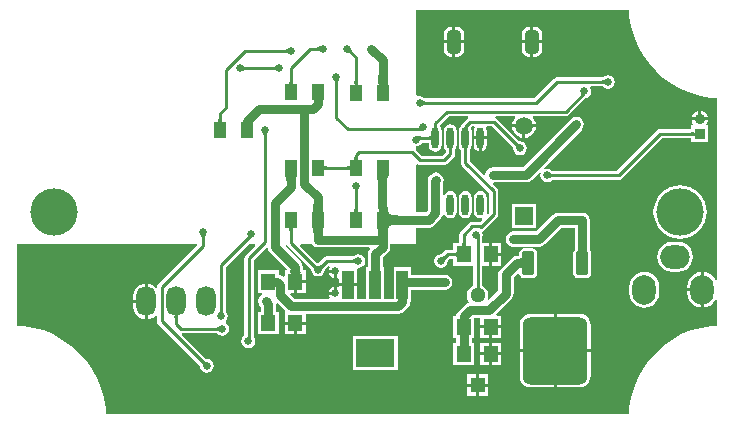
<source format=gbl>
G04 Layer_Physical_Order=2*
G04 Layer_Color=16711680*
%FSTAX24Y24*%
%MOIN*%
G70*
G01*
G75*
%ADD15R,0.0394X0.0550*%
%ADD16R,0.0500X0.0550*%
%ADD23C,0.0100*%
%ADD24C,0.0300*%
%ADD25C,0.1575*%
G04:AMPARAMS|DCode=26|XSize=78.7mil|YSize=47.2mil|CornerRadius=14.2mil|HoleSize=0mil|Usage=FLASHONLY|Rotation=270.000|XOffset=0mil|YOffset=0mil|HoleType=Round|Shape=RoundedRectangle|*
%AMROUNDEDRECTD26*
21,1,0.0787,0.0189,0,0,270.0*
21,1,0.0504,0.0472,0,0,270.0*
1,1,0.0283,-0.0094,-0.0252*
1,1,0.0283,-0.0094,0.0252*
1,1,0.0283,0.0094,0.0252*
1,1,0.0283,0.0094,-0.0252*
%
%ADD26ROUNDEDRECTD26*%
%ADD27R,0.0591X0.0591*%
%ADD28C,0.0591*%
%ADD29O,0.0660X0.1000*%
%ADD30R,0.0354X0.0354*%
%ADD31C,0.0354*%
%ADD32O,0.0984X0.0787*%
%ADD33O,0.0787X0.0984*%
%ADD34C,0.0512*%
%ADD35R,0.0512X0.0512*%
%ADD36C,0.0250*%
G04:AMPARAMS|DCode=37|XSize=39.4mil|YSize=78.7mil|CornerRadius=4.9mil|HoleSize=0mil|Usage=FLASHONLY|Rotation=0.000|XOffset=0mil|YOffset=0mil|HoleType=Round|Shape=RoundedRectangle|*
%AMROUNDEDRECTD37*
21,1,0.0394,0.0689,0,0,0.0*
21,1,0.0295,0.0787,0,0,0.0*
1,1,0.0098,0.0148,-0.0344*
1,1,0.0098,-0.0148,-0.0344*
1,1,0.0098,-0.0148,0.0344*
1,1,0.0098,0.0148,0.0344*
%
%ADD37ROUNDEDRECTD37*%
G04:AMPARAMS|DCode=38|XSize=216.5mil|YSize=224.4mil|CornerRadius=27.1mil|HoleSize=0mil|Usage=FLASHONLY|Rotation=0.000|XOffset=0mil|YOffset=0mil|HoleType=Round|Shape=RoundedRectangle|*
%AMROUNDEDRECTD38*
21,1,0.2165,0.1703,0,0,0.0*
21,1,0.1624,0.2244,0,0,0.0*
1,1,0.0541,0.0812,-0.0851*
1,1,0.0541,-0.0812,-0.0851*
1,1,0.0541,-0.0812,0.0851*
1,1,0.0541,0.0812,0.0851*
%
%ADD38ROUNDEDRECTD38*%
%ADD39R,0.0394X0.0945*%
%ADD40R,0.1299X0.0945*%
%ADD41O,0.0236X0.0709*%
G36*
X054938Y022736D02*
X05493Y022742D01*
X054921Y022748D01*
X054912Y022753D01*
X054903Y022758D01*
X054893Y022761D01*
X054882Y022764D01*
X054871Y022767D01*
X05486Y022769D01*
X054848Y02277D01*
X054835Y02277D01*
X054827Y02287D01*
X054839Y02287D01*
X054851Y022872D01*
X054862Y022874D01*
X054873Y022876D01*
X054883Y02288D01*
X054892Y022884D01*
X054901Y02289D01*
X054909Y022896D01*
X054917Y022902D01*
X054924Y02291D01*
X054938Y022736D01*
D02*
G37*
G36*
X053898Y022666D02*
X05389Y022672D01*
X053881Y022678D01*
X053872Y022683D01*
X053863Y022688D01*
X053853Y022691D01*
X053842Y022694D01*
X053831Y022697D01*
X05382Y022699D01*
X053808Y0227D01*
X053795Y0227D01*
X053787Y0228D01*
X053799Y0228D01*
X053811Y022802D01*
X053822Y022804D01*
X053833Y022806D01*
X053843Y02281D01*
X053852Y022814D01*
X053861Y02282D01*
X053869Y022826D01*
X053877Y022832D01*
X053884Y02284D01*
X053898Y022666D01*
D02*
G37*
G36*
X055975Y022818D02*
X055977Y022808D01*
X055979Y022798D01*
X055982Y022788D01*
X055986Y022778D01*
X055991Y022768D01*
X055997Y022759D01*
X056003Y02275D01*
X056011Y02274D01*
X056019Y022731D01*
X055949Y022661D01*
X05594Y022669D01*
X05593Y022677D01*
X055921Y022683D01*
X055912Y022689D01*
X055902Y022694D01*
X055892Y022698D01*
X055882Y022701D01*
X055872Y022703D01*
X055862Y022705D01*
X055851Y022705D01*
X055975Y022829D01*
X055975Y022818D01*
D02*
G37*
G36*
X053481Y022083D02*
X053473Y02209D01*
X053465Y022096D01*
X053456Y022102D01*
X053447Y022106D01*
X053437Y022111D01*
X053427Y022114D01*
X053416Y022117D01*
X053405Y022118D01*
X053393Y02212D01*
X05338Y02212D01*
Y02222D01*
X053393Y02222D01*
X053405Y022222D01*
X053416Y022223D01*
X053427Y022226D01*
X053437Y022229D01*
X053447Y022234D01*
X053456Y022238D01*
X053465Y022244D01*
X053473Y02225D01*
X053481Y022257D01*
Y022083D01*
D02*
G37*
G36*
X052377Y02225D02*
X052385Y022244D01*
X052394Y022238D01*
X052403Y022234D01*
X052413Y022229D01*
X052423Y022226D01*
X052434Y022223D01*
X052445Y022222D01*
X052457Y02222D01*
X05247Y02222D01*
Y02212D01*
X052457Y02212D01*
X052445Y022118D01*
X052434Y022117D01*
X052423Y022114D01*
X052413Y022111D01*
X052403Y022106D01*
X052394Y022102D01*
X052385Y022096D01*
X052377Y02209D01*
X052369Y022083D01*
Y022257D01*
X052377Y02225D01*
D02*
G37*
G36*
X05556Y021773D02*
X055554Y021765D01*
X055548Y021756D01*
X055543Y021747D01*
X055539Y021737D01*
X055536Y021727D01*
X055533Y021716D01*
X055532Y021705D01*
X05553Y021693D01*
X05553Y02168D01*
X05543D01*
X05543Y021693D01*
X055429Y021705D01*
X055427Y021716D01*
X055424Y021727D01*
X055421Y021737D01*
X055416Y021747D01*
X055412Y021756D01*
X055406Y021765D01*
X0554Y021773D01*
X055392Y021781D01*
X055567D01*
X05556Y021773D01*
D02*
G37*
G36*
X054021Y021725D02*
X054022Y021708D01*
X054025Y021693D01*
X054028Y02168D01*
X054033Y021669D01*
X054038Y02166D01*
X054045Y021653D01*
X054052Y021648D01*
X054061Y021645D01*
X05407Y021644D01*
X05387D01*
X05388Y021645D01*
X053888Y021648D01*
X053896Y021653D01*
X053902Y02166D01*
X053908Y021669D01*
X053912Y02168D01*
X053916Y021693D01*
X053918Y021708D01*
X05392Y021725D01*
X05392Y021744D01*
X05402D01*
X054021Y021725D01*
D02*
G37*
G36*
X05718Y021877D02*
X057191Y021709D01*
X057196Y021682D01*
X057202Y021661D01*
X057209Y021646D01*
X057217Y021637D01*
X057226Y021634D01*
X056834D01*
X056843Y021637D01*
X056851Y021646D01*
X056858Y021661D01*
X056864Y021682D01*
X056869Y021709D01*
X056873Y021742D01*
X056878Y021826D01*
X05688Y021934D01*
X05718D01*
X05718Y021877D01*
D02*
G37*
G36*
X056181Y021715D02*
X056182Y021698D01*
X056185Y021683D01*
X056188Y02167D01*
X056193Y021659D01*
X056198Y02165D01*
X056205Y021643D01*
X056212Y021638D01*
X056221Y021635D01*
X05623Y021634D01*
X05603D01*
X05604Y021635D01*
X056048Y021638D01*
X056056Y021643D01*
X056062Y02165D01*
X056068Y021659D01*
X056072Y02167D01*
X056076Y021683D01*
X056078Y021698D01*
X05608Y021715D01*
X05608Y021734D01*
X05618D01*
X056181Y021715D01*
D02*
G37*
G36*
X064451Y021632D02*
X064443Y02164D01*
X064435Y021646D01*
X064426Y021652D01*
X064417Y021656D01*
X064407Y021661D01*
X064397Y021664D01*
X064386Y021667D01*
X064375Y021669D01*
X064363Y02167D01*
X06435Y02167D01*
Y02177D01*
X064363Y02177D01*
X064375Y021772D01*
X064386Y021773D01*
X064397Y021776D01*
X064407Y021779D01*
X064417Y021783D01*
X064426Y021788D01*
X064435Y021794D01*
X064443Y0218D01*
X064451Y021807D01*
Y021632D01*
D02*
G37*
G36*
X065234Y023932D02*
X065292Y023588D01*
X065389Y023253D01*
X065522Y022931D01*
X065691Y022626D01*
X065892Y022342D01*
X066125Y022082D01*
X066384Y02185D01*
X066669Y021648D01*
X066974Y02148D01*
X067296Y021346D01*
X067631Y02125D01*
X067974Y021191D01*
X068169Y02118D01*
Y015126D01*
X068119Y015116D01*
X06811Y015137D01*
X068031Y015241D01*
X067928Y01532D01*
X067808Y015369D01*
X067729Y01538D01*
Y01479D01*
Y0142D01*
X067808Y014211D01*
X067928Y01426D01*
X068031Y014339D01*
X06811Y014443D01*
X068119Y014464D01*
X068169Y014454D01*
Y013599D01*
X067974Y013588D01*
X067631Y01353D01*
X067296Y013433D01*
X066974Y0133D01*
X066669Y013131D01*
X066384Y01293D01*
X066125Y012697D01*
X065892Y012438D01*
X065691Y012153D01*
X065522Y011848D01*
X065389Y011526D01*
X065292Y011192D01*
X065234Y010848D01*
X065223Y010653D01*
X047799D01*
X047788Y010848D01*
X04773Y011192D01*
X047633Y011526D01*
X0475Y011848D01*
X047331Y012153D01*
X04713Y012438D01*
X046897Y012697D01*
X046638Y01293D01*
X046353Y013131D01*
X046048Y0133D01*
X045726Y013433D01*
X045392Y01353D01*
X045048Y013588D01*
X044853Y013599D01*
Y01631D01*
X05082D01*
X05084Y016264D01*
X049552Y014977D01*
X049519Y014927D01*
X049509Y014878D01*
X049463Y014856D01*
X049447Y014877D01*
X049357Y014946D01*
X049253Y014989D01*
X049191Y014997D01*
Y0144D01*
Y013803D01*
X049253Y013811D01*
X049357Y013855D01*
X049447Y013924D01*
X04946Y013941D01*
X049508Y013924D01*
Y013739D01*
X049519Y013681D01*
X049552Y013631D01*
X050934Y012249D01*
X05095Y01217D01*
X051Y012096D01*
X051074Y012046D01*
X051162Y012029D01*
X05125Y012046D01*
X051324Y012096D01*
X051374Y01217D01*
X051391Y012258D01*
X051374Y012346D01*
X051324Y01242D01*
X05125Y01247D01*
X051162Y012487D01*
X051134Y012482D01*
X050329Y013287D01*
X05035Y013337D01*
X051503D01*
X051506Y013337D01*
X051509Y013336D01*
X051511Y013335D01*
X051513Y013334D01*
X051514Y013334D01*
X051518Y013328D01*
X051592Y013278D01*
X05168Y013261D01*
X051768Y013278D01*
X051842Y013328D01*
X051892Y013402D01*
X051909Y01349D01*
X051892Y013578D01*
X051842Y013652D01*
X051796Y013683D01*
Y013743D01*
X051802Y013748D01*
X051852Y013822D01*
X051869Y01391D01*
X051852Y013998D01*
X051802Y014072D01*
X051796Y014076D01*
X051796Y014077D01*
X051795Y014079D01*
X051794Y014081D01*
X051793Y014084D01*
X051793Y014087D01*
Y015537D01*
X052566Y01631D01*
X052758D01*
X052778Y016264D01*
X052462Y015948D01*
X052429Y015899D01*
X052417Y01584D01*
Y01326D01*
X052383Y013237D01*
X052333Y013163D01*
X052316Y013075D01*
X052333Y012987D01*
X052383Y012913D01*
X052457Y012863D01*
X052545Y012846D01*
X052633Y012863D01*
X052707Y012913D01*
X052757Y012987D01*
X052774Y013075D01*
X052757Y013163D01*
X052723Y013214D01*
Y015777D01*
X053141Y016195D01*
X053195Y016178D01*
X053204Y016132D01*
X05326Y01605D01*
X053825Y015485D01*
X053804Y015435D01*
X05376D01*
Y015236D01*
X053714Y015217D01*
X05369Y01524D01*
X053608Y015295D01*
X05356Y015305D01*
Y015435D01*
X05286D01*
Y014685D01*
X053002D01*
X053017Y014635D01*
X05295Y01459D01*
X052894Y014508D01*
X052875Y01441D01*
X052894Y014312D01*
X05295Y01423D01*
X052955Y014224D01*
Y014055D01*
X05286D01*
Y013305D01*
X05356D01*
Y014055D01*
X053465D01*
Y014324D01*
X053489Y014343D01*
X053507Y014353D01*
X053756Y014103D01*
X05376Y014055D01*
X05376Y014055D01*
X05376Y014055D01*
Y01373D01*
X05411D01*
X05446D01*
Y013984D01*
X057539D01*
X057637Y014004D01*
X05772Y014059D01*
X057866Y014205D01*
X057921Y014288D01*
X05794Y014386D01*
Y014389D01*
X057982D01*
Y014785D01*
X05909D01*
X059188Y014805D01*
X05927Y01486D01*
X059325Y014942D01*
X059345Y01504D01*
X059325Y015138D01*
X05927Y01522D01*
X059188Y015275D01*
X05909Y015295D01*
X057982D01*
Y015534D01*
X057389D01*
Y014494D01*
X057077D01*
Y015534D01*
X057035D01*
Y015874D01*
X05721Y01605D01*
X057266Y016132D01*
X057285Y01623D01*
Y01631D01*
X05815D01*
Y016865D01*
X05856D01*
X058658Y016884D01*
X05874Y01694D01*
X05896Y01716D01*
X059015Y017242D01*
X059026Y017296D01*
X059057Y017303D01*
X059078Y017301D01*
X059123Y017234D01*
X059195Y017186D01*
X05928Y017169D01*
X059365Y017186D01*
X059437Y017234D01*
X059485Y017306D01*
X059502Y017392D01*
Y017864D01*
X059485Y017949D01*
X059437Y018021D01*
X059365Y018069D01*
X05928Y018086D01*
X059195Y018069D01*
X059123Y018021D01*
X059085Y017965D01*
X059035Y01798D01*
Y018352D01*
X059036Y018352D01*
X059055Y01845D01*
X059036Y018548D01*
X05898Y01863D01*
X058898Y018685D01*
X0588Y018705D01*
X058702Y018685D01*
X05862Y01863D01*
X0586Y01861D01*
X058545Y018528D01*
X058525Y01843D01*
Y017628D01*
Y017446D01*
X058454Y017375D01*
X05815D01*
Y018946D01*
X0582Y018973D01*
X058221Y018959D01*
X05828Y018947D01*
X05906D01*
X059119Y018959D01*
X059168Y018992D01*
X059388Y019212D01*
X059421Y019261D01*
X059433Y01932D01*
Y019443D01*
X059434Y019454D01*
X059434Y019457D01*
X059437Y019459D01*
X059485Y019531D01*
X059502Y019616D01*
Y020088D01*
X059485Y020174D01*
X059437Y020246D01*
X059365Y020294D01*
X05928Y020311D01*
X059195Y020294D01*
X059123Y020246D01*
X059075Y020174D01*
X059058Y020088D01*
Y019616D01*
X059075Y019531D01*
X059123Y019459D01*
X059126Y019457D01*
X059127Y019439D01*
Y019383D01*
X058997Y019253D01*
X058343D01*
X05815Y019446D01*
Y019567D01*
X058208Y019578D01*
X058282Y019628D01*
X05833Y019699D01*
X058558D01*
Y019616D01*
X058575Y019531D01*
X058623Y019459D01*
X058695Y019411D01*
X05878Y019394D01*
X058865Y019411D01*
X058937Y019459D01*
X058985Y019531D01*
X059002Y019616D01*
Y020088D01*
X058985Y020174D01*
X058937Y020246D01*
X058948Y020292D01*
X059233Y020577D01*
X059877D01*
X059885Y020552D01*
X059885Y020527D01*
X059842Y020498D01*
X059672Y020328D01*
X059639Y020279D01*
X059634Y020253D01*
X059623Y020246D01*
X059575Y020174D01*
X059558Y020088D01*
Y019616D01*
X059575Y019531D01*
X059623Y019459D01*
X059626Y019457D01*
X059627Y019439D01*
Y01903D01*
X059639Y018971D01*
X059672Y018922D01*
X060577Y018017D01*
Y017363D01*
X06054Y017327D01*
X060494Y017351D01*
X060502Y017392D01*
Y017864D01*
X060485Y017949D01*
X060437Y018021D01*
X060365Y018069D01*
X06028Y018086D01*
X060195Y018069D01*
X060123Y018021D01*
X060075Y017949D01*
X060058Y017864D01*
Y017392D01*
X060075Y017306D01*
X060123Y017234D01*
X060195Y017186D01*
X06028Y017169D01*
X06032Y017177D01*
X060345Y017131D01*
X060269Y017055D01*
X060254Y017058D01*
X060015D01*
X059956Y017046D01*
X059907Y017013D01*
X059627Y016733D01*
X059594Y016684D01*
X059582Y016625D01*
Y016345D01*
X059385D01*
Y016123D01*
X05919D01*
X059131Y016111D01*
X059082Y016078D01*
X058987Y015983D01*
X058985Y015982D01*
X058982Y01598D01*
X05898Y015979D01*
X058978Y015978D01*
X058978Y015978D01*
X05897Y015979D01*
X058882Y015962D01*
X058808Y015912D01*
X058758Y015838D01*
X058741Y01575D01*
X058758Y015662D01*
X058808Y015588D01*
X058882Y015538D01*
X05897Y015521D01*
X059058Y015538D01*
X059132Y015588D01*
X059182Y015662D01*
X059199Y01575D01*
X059198Y015758D01*
X059198Y015758D01*
X059199Y01576D01*
X0592Y015762D01*
X059202Y015765D01*
X059203Y015767D01*
X059253Y015817D01*
X059385D01*
Y015595D01*
X060037D01*
Y014932D01*
X060011Y014921D01*
X059936Y014864D01*
X059879Y014789D01*
X059843Y014703D01*
X059831Y01461D01*
X059843Y014517D01*
X059879Y014431D01*
X059905Y014397D01*
X059888Y01435D01*
X059837Y01434D01*
X059754Y014284D01*
X059555Y014085D01*
X0595Y014003D01*
X059484Y013925D01*
X059385D01*
Y013175D01*
X05948D01*
Y013025D01*
X059385D01*
Y012275D01*
X060085D01*
Y013025D01*
X05999D01*
Y013175D01*
X060085D01*
Y013849D01*
X060285D01*
Y0136D01*
X060635D01*
X060985D01*
Y013925D01*
X060831D01*
X060812Y013971D01*
X061329Y014488D01*
X061384Y014571D01*
X061404Y014669D01*
X061395Y014712D01*
Y015204D01*
X061536Y015346D01*
X061583Y015322D01*
X061592Y015274D01*
X061625Y015225D01*
X061675Y015192D01*
X061733Y01518D01*
X062028D01*
X062086Y015192D01*
X062136Y015225D01*
X062169Y015274D01*
X06218Y015332D01*
Y016021D01*
X062169Y016079D01*
X062136Y016129D01*
X062086Y016162D01*
X062028Y016173D01*
X061733D01*
X061675Y016162D01*
X061625Y016129D01*
X061592Y016079D01*
X061581Y016021D01*
Y015932D01*
X061578Y015932D01*
X061507D01*
X061409Y015912D01*
X061326Y015857D01*
X06096Y01549D01*
X060904Y015408D01*
X060885Y01531D01*
Y014766D01*
X060559Y014439D01*
X060516Y014467D01*
X060537Y014517D01*
X060549Y01461D01*
X060537Y014703D01*
X060501Y014789D01*
X060444Y014864D01*
X060369Y014921D01*
X060343Y014932D01*
Y015595D01*
X060585D01*
Y01597D01*
Y016345D01*
X060343D01*
Y016529D01*
X060352Y016542D01*
X060369Y01663D01*
X060352Y016718D01*
X06036Y016737D01*
X060369Y016739D01*
X060418Y016772D01*
X060838Y017192D01*
X060871Y017241D01*
X060883Y0173D01*
Y01808D01*
X060871Y018139D01*
X060838Y018188D01*
X060701Y018325D01*
X060722Y018375D01*
X06181D01*
X061908Y018395D01*
X06199Y01845D01*
X062257Y018717D01*
X062298Y018688D01*
X062281Y0186D01*
X062298Y018512D01*
X062348Y018438D01*
X062422Y018388D01*
X06251Y018371D01*
X062598Y018388D01*
X062672Y018438D01*
X062676Y018444D01*
X062677Y018444D01*
X062679Y018445D01*
X062681Y018446D01*
X062684Y018447D01*
X062687Y018447D01*
X06489D01*
X064949Y018459D01*
X064998Y018492D01*
X066347Y019841D01*
X067317D01*
Y019717D01*
X067871D01*
Y020271D01*
X067841D01*
X067816Y020321D01*
X067836Y020346D01*
X067864Y020414D01*
X067867Y020436D01*
X067594D01*
X067321D01*
X067324Y020414D01*
X067352Y020346D01*
X067371Y020321D01*
X067346Y020271D01*
X067317D01*
Y020147D01*
X066284D01*
X066225Y020135D01*
X066176Y020102D01*
X064827Y018753D01*
X062687D01*
X062684Y018753D01*
X062681Y018754D01*
X062679Y018755D01*
X062677Y018756D01*
X062676Y018756D01*
X062672Y018762D01*
X062598Y018812D01*
X06251Y018829D01*
X062422Y018812D01*
X062393Y018853D01*
X06366Y02012D01*
X063716Y020202D01*
X063735Y0203D01*
X063716Y020398D01*
X06366Y02048D01*
X063578Y020536D01*
X06348Y020555D01*
X063382Y020536D01*
X0633Y02048D01*
X061704Y018885D01*
X0607D01*
X060602Y018865D01*
X06052Y01881D01*
X060465Y018728D01*
X060449Y018648D01*
X060398Y018628D01*
X059933Y019093D01*
Y019443D01*
X059934Y019454D01*
X059934Y019457D01*
X059937Y019459D01*
X059985Y019531D01*
X060002Y019616D01*
Y020088D01*
X059985Y020174D01*
X059971Y020195D01*
X060013Y020237D01*
X060064D01*
X060088Y020193D01*
X060075Y020174D01*
X060058Y020088D01*
Y019902D01*
X06028D01*
X060502D01*
Y020088D01*
X060485Y020174D01*
X060472Y020193D01*
X060496Y020237D01*
X060657D01*
X061367Y019527D01*
X061368Y019525D01*
X06137Y019522D01*
X061371Y01952D01*
X061372Y019518D01*
X061372Y019518D01*
X061371Y01951D01*
X061388Y019422D01*
X061438Y019348D01*
X061512Y019298D01*
X0616Y019281D01*
X061688Y019298D01*
X061762Y019348D01*
X061812Y019422D01*
X061829Y01951D01*
X061812Y019598D01*
X061762Y019672D01*
X061688Y019722D01*
X0616Y019739D01*
X061592Y019738D01*
X061592Y019738D01*
X06159Y019739D01*
X061588Y01974D01*
X061585Y019742D01*
X061583Y019743D01*
X060828Y020498D01*
X060785Y020527D01*
X060785Y020552D01*
X060793Y020577D01*
X061438D01*
X061441Y020568D01*
X061449Y020527D01*
X06139Y020449D01*
X06135Y020353D01*
X061343Y0203D01*
X061735D01*
X062127D01*
X06212Y020353D01*
X06208Y020449D01*
X062021Y020527D01*
X062029Y020568D01*
X062032Y020577D01*
X06312D01*
X063179Y020589D01*
X063228Y020622D01*
X063784Y021177D01*
X063838Y021188D01*
X063912Y021238D01*
X063962Y021312D01*
X063979Y0214D01*
X063962Y021488D01*
X063942Y021517D01*
X063969Y021567D01*
X064363D01*
X064366Y021567D01*
X064369Y021566D01*
X064371Y021565D01*
X064373Y021564D01*
X064374Y021564D01*
X064378Y021558D01*
X064452Y021508D01*
X06454Y021491D01*
X064628Y021508D01*
X064702Y021558D01*
X064752Y021632D01*
X064769Y02172D01*
X064752Y021808D01*
X064702Y021882D01*
X064628Y021932D01*
X06454Y021949D01*
X064452Y021932D01*
X064378Y021882D01*
X064374Y021876D01*
X064373Y021876D01*
X064371Y021875D01*
X064369Y021874D01*
X064366Y021873D01*
X064363Y021873D01*
X06283D01*
X062771Y021861D01*
X062722Y021828D01*
X062067Y021173D01*
X058437D01*
X058434Y021173D01*
X058431Y021174D01*
X058429Y021175D01*
X058427Y021176D01*
X058426Y021176D01*
X058422Y021182D01*
X058348Y021232D01*
X05826Y021249D01*
X0582Y021237D01*
X05815Y021273D01*
Y024127D01*
X065223D01*
X065234Y023932D01*
D02*
G37*
G36*
X058357Y0211D02*
X058365Y021094D01*
X058374Y021088D01*
X058383Y021084D01*
X058393Y021079D01*
X058403Y021076D01*
X058414Y021073D01*
X058425Y021072D01*
X058437Y02107D01*
X05845Y02107D01*
Y02097D01*
X058437Y02097D01*
X058425Y020968D01*
X058414Y020967D01*
X058403Y020964D01*
X058393Y020961D01*
X058383Y020956D01*
X058374Y020952D01*
X058365Y020946D01*
X058357Y02094D01*
X058349Y020933D01*
Y021107D01*
X058357Y0211D01*
D02*
G37*
G36*
X051641Y020455D02*
X051642Y020438D01*
X051645Y020423D01*
X051648Y02041D01*
X051653Y020399D01*
X051658Y02039D01*
X051665Y020383D01*
X051672Y020378D01*
X051681Y020375D01*
X05169Y020374D01*
X05149D01*
X0515Y020375D01*
X051508Y020378D01*
X051516Y020383D01*
X051522Y02039D01*
X051528Y020399D01*
X051532Y02041D01*
X051536Y020423D01*
X051538Y020438D01*
X05154Y020455D01*
X05154Y020474D01*
X05164D01*
X051641Y020455D01*
D02*
G37*
G36*
X05883Y020267D02*
X058834Y02022D01*
X058838Y020202D01*
X058842Y020186D01*
X058848Y020173D01*
X058854Y020162D01*
X058861Y020155D01*
X05887Y020151D01*
X058879Y020149D01*
X058681D01*
X05869Y020151D01*
X058699Y020155D01*
X058706Y020162D01*
X058712Y020173D01*
X058718Y020186D01*
X058722Y020202D01*
X058726Y02022D01*
X058728Y020242D01*
X05873Y020267D01*
X05873Y020294D01*
X05883D01*
X05883Y020267D01*
D02*
G37*
G36*
X058339Y020082D02*
X058334Y020083D01*
X058326Y020085D01*
X058316Y020086D01*
X058276Y020089D01*
X058195Y02009D01*
X05818Y02019D01*
X058193Y02019D01*
X058205Y020192D01*
X058216Y020194D01*
X058225Y020197D01*
X058234Y020201D01*
X058241Y020206D01*
X058247Y020212D01*
X058253Y020218D01*
X058257Y020226D01*
X05826Y020234D01*
X058339Y020082D01*
D02*
G37*
G36*
X05317Y020033D02*
X053164Y020025D01*
X053158Y020016D01*
X053154Y020007D01*
X053149Y019997D01*
X053146Y019987D01*
X053143Y019976D01*
X053141Y019965D01*
X05314Y019953D01*
X05314Y01994D01*
X05304D01*
X05304Y019953D01*
X053039Y019965D01*
X053037Y019976D01*
X053034Y019987D01*
X053031Y019997D01*
X053026Y020007D01*
X053022Y020016D01*
X053016Y020025D01*
X05301Y020033D01*
X053003Y020041D01*
X053177D01*
X05317Y020033D01*
D02*
G37*
G36*
X067419Y019894D02*
X067418Y019903D01*
X067415Y019912D01*
X06741Y019919D01*
X067403Y019926D01*
X067394Y019931D01*
X067382Y019936D01*
X067369Y019939D01*
X067354Y019942D01*
X067337Y019943D01*
X067318Y019944D01*
Y020044D01*
X067337Y020044D01*
X067354Y020046D01*
X067369Y020048D01*
X067382Y020052D01*
X067394Y020056D01*
X067403Y020062D01*
X06741Y020068D01*
X067415Y020076D01*
X067418Y020084D01*
X067419Y020094D01*
Y019894D01*
D02*
G37*
G36*
X058164Y019907D02*
X058171Y019906D01*
X058192Y019905D01*
X058258Y019902D01*
X058303Y019902D01*
X058319Y019802D01*
X058307Y019802D01*
X058295Y0198D01*
X058284Y019798D01*
X058275Y019795D01*
X058266Y019791D01*
X058259Y019786D01*
X058253Y019781D01*
X058248Y019774D01*
X058244Y019767D01*
X058241Y019759D01*
X058159Y019909D01*
X058164Y019907D01*
D02*
G37*
G36*
X058663Y019752D02*
X058662Y019762D01*
X058659Y01977D01*
X058654Y019778D01*
X058647Y019784D01*
X058638Y01979D01*
X058627Y019794D01*
X058614Y019798D01*
X058599Y0198D01*
X058581Y019802D01*
X058562Y019802D01*
Y019902D01*
X058581Y019903D01*
X058599Y019904D01*
X058614Y019907D01*
X058627Y01991D01*
X058638Y019915D01*
X058647Y01992D01*
X058654Y019927D01*
X058659Y019934D01*
X058662Y019943D01*
X058663Y019952D01*
Y019752D01*
D02*
G37*
G36*
X06151Y019671D02*
X06152Y019663D01*
X061529Y019657D01*
X061538Y019651D01*
X061548Y019646D01*
X061558Y019642D01*
X061568Y019639D01*
X061578Y019637D01*
X061588Y019635D01*
X061599Y019635D01*
X061475Y019511D01*
X061475Y019522D01*
X061473Y019532D01*
X061471Y019542D01*
X061468Y019552D01*
X061464Y019562D01*
X061459Y019572D01*
X061453Y019581D01*
X061447Y01959D01*
X061439Y0196D01*
X061431Y019609D01*
X061501Y019679D01*
X06151Y019671D01*
D02*
G37*
G36*
X05987Y019554D02*
X059861Y019549D01*
X059854Y019542D01*
X059848Y019532D01*
X059842Y019519D01*
X059838Y019503D01*
X059834Y019484D01*
X059832Y019462D01*
X05983Y019438D01*
X05983Y01941D01*
X05973D01*
X05973Y019438D01*
X059726Y019484D01*
X059722Y019503D01*
X059718Y019519D01*
X059712Y019532D01*
X059706Y019542D01*
X059699Y019549D01*
X05969Y019554D01*
X059681Y019555D01*
X059879D01*
X05987Y019554D01*
D02*
G37*
G36*
X05937D02*
X059361Y019549D01*
X059354Y019542D01*
X059348Y019532D01*
X059342Y019519D01*
X059338Y019503D01*
X059334Y019484D01*
X059332Y019462D01*
X05933Y019438D01*
X05933Y01941D01*
X05923D01*
X05923Y019438D01*
X059226Y019484D01*
X059222Y019503D01*
X059218Y019519D01*
X059212Y019532D01*
X059206Y019542D01*
X059199Y019549D01*
X05919Y019554D01*
X059181Y019555D01*
X059379D01*
X05937Y019554D01*
D02*
G37*
G36*
X056181Y019205D02*
X056182Y019188D01*
X056185Y019173D01*
X056188Y01916D01*
X056193Y019149D01*
X056198Y01914D01*
X056205Y019133D01*
X056212Y019128D01*
X056221Y019125D01*
X05623Y019124D01*
X05603D01*
X05604Y019125D01*
X056048Y019128D01*
X056056Y019133D01*
X056062Y01914D01*
X056068Y019149D01*
X056072Y01916D01*
X056076Y019173D01*
X056078Y019188D01*
X05608Y019205D01*
X05608Y019224D01*
X05618D01*
X056181Y019205D01*
D02*
G37*
G36*
X055936Y01875D02*
X055935Y018759D01*
X055932Y018768D01*
X055926Y018776D01*
X055919Y018782D01*
X05591Y018787D01*
X055899Y018792D01*
X055886Y018795D01*
X055871Y018798D01*
X055854Y0188D01*
X055834Y0188D01*
Y0189D01*
X055854Y018901D01*
X055871Y018902D01*
X055886Y018905D01*
X055899Y018908D01*
X05591Y018913D01*
X055919Y018918D01*
X055926Y018924D01*
X055932Y018932D01*
X055935Y018941D01*
X055936Y01895D01*
Y01875D01*
D02*
G37*
G36*
X055065Y018941D02*
X055069Y018932D01*
X055074Y018924D01*
X055081Y018918D01*
X05509Y018913D01*
X055101Y018908D01*
X055114Y018905D01*
X055129Y018902D01*
X055146Y018901D01*
X055166Y0189D01*
Y0188D01*
X055146Y0188D01*
X055129Y018798D01*
X055114Y018795D01*
X055101Y018792D01*
X05509Y018787D01*
X055081Y018782D01*
X055074Y018776D01*
X055069Y018768D01*
X055065Y018759D01*
X055064Y01875D01*
Y01895D01*
X055065Y018941D01*
D02*
G37*
G36*
X062607Y01868D02*
X062615Y018674D01*
X062624Y018668D01*
X062633Y018664D01*
X062643Y018659D01*
X062653Y018656D01*
X062664Y018653D01*
X062675Y018651D01*
X062687Y01865D01*
X0627Y01865D01*
Y01855D01*
X062687Y01855D01*
X062675Y018549D01*
X062664Y018547D01*
X062653Y018544D01*
X062643Y018541D01*
X062633Y018536D01*
X062624Y018532D01*
X062615Y018526D01*
X062607Y01852D01*
X062599Y018513D01*
Y018687D01*
X062607Y01868D01*
D02*
G37*
G36*
X057214Y018573D02*
X057203Y018564D01*
X057193Y018549D01*
X057185Y018528D01*
X057178Y018501D01*
X057172Y018468D01*
X057168Y018429D01*
X057163Y018333D01*
X057162Y018276D01*
X056862D01*
X056862Y018333D01*
X056849Y018549D01*
X056844Y018564D01*
X05684Y018573D01*
X056834Y018576D01*
X057226D01*
X057214Y018573D01*
D02*
G37*
G36*
X054157D02*
X054149Y018564D01*
X054142Y018549D01*
X054136Y018528D01*
X054131Y018501D01*
X054127Y018468D01*
X054122Y018384D01*
X05412Y018276D01*
X05382D01*
X05382Y018333D01*
X053809Y018501D01*
X053804Y018528D01*
X053798Y018549D01*
X053791Y018564D01*
X053783Y018573D01*
X053774Y018576D01*
X054166D01*
X054157Y018573D01*
D02*
G37*
G36*
X056181Y017475D02*
X056182Y017458D01*
X056185Y017443D01*
X056188Y01743D01*
X056193Y017419D01*
X056198Y01741D01*
X056205Y017403D01*
X056212Y017398D01*
X056221Y017395D01*
X05623Y017394D01*
X05603D01*
X05604Y017395D01*
X056048Y017398D01*
X056056Y017403D01*
X056062Y01741D01*
X056068Y017419D01*
X056072Y01743D01*
X056076Y017443D01*
X056078Y017458D01*
X05608Y017475D01*
X05608Y017494D01*
X05618D01*
X056181Y017475D01*
D02*
G37*
G36*
X05502Y017637D02*
X055031Y017469D01*
X055036Y017442D01*
X055042Y017421D01*
X055049Y017406D01*
X055057Y017397D01*
X055066Y017394D01*
X054674D01*
X054683Y017397D01*
X054691Y017406D01*
X054698Y017421D01*
X054704Y017442D01*
X054709Y017469D01*
X054713Y017502D01*
X054718Y017586D01*
X05472Y017694D01*
X05502D01*
X05502Y017637D01*
D02*
G37*
G36*
X054061Y016846D02*
X054052Y016843D01*
X054045Y016838D01*
X054038Y016831D01*
X054033Y016822D01*
X054028Y016811D01*
X054025Y016798D01*
X054022Y016783D01*
X054021Y016765D01*
X05402Y016746D01*
X05392D01*
X05392Y016765D01*
X053918Y016783D01*
X053916Y016798D01*
X053912Y016811D01*
X053908Y016822D01*
X053902Y016831D01*
X053896Y016838D01*
X053888Y016843D01*
X05388Y016846D01*
X05387Y016847D01*
X05407D01*
X054061Y016846D01*
D02*
G37*
G36*
X057229Y01737D02*
X057238Y017349D01*
X057253Y017331D01*
X057274Y017315D01*
X057301Y017301D01*
X057334Y01729D01*
X057373Y017281D01*
X057418Y017275D01*
X057469Y017271D01*
X057526Y01727D01*
Y01697D01*
X057469Y016969D01*
X057373Y016959D01*
X057334Y01695D01*
X057301Y016939D01*
X057274Y016925D01*
X057253Y016909D01*
X057238Y016891D01*
X057229Y01687D01*
X057226Y016846D01*
X057217Y016843D01*
X057209Y016834D01*
X057202Y016819D01*
X057196Y016798D01*
X057191Y016771D01*
X057187Y016738D01*
X057182Y016654D01*
X05718Y016546D01*
X05688D01*
X05688Y016603D01*
X056869Y016771D01*
X056864Y016798D01*
X056858Y016819D01*
X056851Y016834D01*
X056843Y016843D01*
X056834Y016846D01*
X057226D01*
Y017394D01*
X057229Y01737D01*
D02*
G37*
G36*
X055057Y016843D02*
X055049Y016834D01*
X055042Y016819D01*
X055036Y016798D01*
X055031Y016771D01*
X055027Y016738D01*
X055022Y016654D01*
X05502Y016546D01*
X05472D01*
X05472Y016603D01*
X054709Y016771D01*
X054704Y016798D01*
X054698Y016819D01*
X054691Y016834D01*
X054683Y016843D01*
X054674Y016846D01*
X055066D01*
X055057Y016843D01*
D02*
G37*
G36*
X05112Y016603D02*
X051114Y016595D01*
X051108Y016586D01*
X051104Y016577D01*
X051099Y016567D01*
X051096Y016557D01*
X051093Y016546D01*
X051091Y016535D01*
X05109Y016523D01*
X05109Y01651D01*
X05099D01*
X05099Y016523D01*
X050988Y016535D01*
X050987Y016546D01*
X050984Y016557D01*
X050981Y016567D01*
X050977Y016577D01*
X050972Y016586D01*
X050966Y016595D01*
X05096Y016603D01*
X050953Y016611D01*
X051128D01*
X05112Y016603D01*
D02*
G37*
G36*
X05267Y016517D02*
X05266Y016515D01*
X05265Y016512D01*
X05264Y016508D01*
X05263Y016504D01*
X052621Y016499D01*
X052611Y016494D01*
X052602Y016487D01*
X052593Y01648D01*
X052584Y016472D01*
X052575Y016464D01*
X052491Y016521D01*
X052499Y01653D01*
X052507Y01654D01*
X052513Y016549D01*
X052518Y016559D01*
X052523Y016568D01*
X052526Y016578D01*
X052528Y016588D01*
X052529Y016598D01*
X052528Y016607D01*
X052527Y016618D01*
X05267Y016517D01*
D02*
G37*
G36*
X059785Y016325D02*
X059787Y016308D01*
X05979Y016293D01*
X059793Y01628D01*
X059798Y016269D01*
X059803Y01626D01*
X059809Y016253D01*
X059817Y016248D01*
X059826Y016245D01*
X059835Y016244D01*
X059635D01*
X059644Y016245D01*
X059653Y016248D01*
X059661Y016253D01*
X059667Y01626D01*
X059672Y016269D01*
X059677Y01628D01*
X059681Y016293D01*
X059683Y016308D01*
X059685Y016325D01*
X059685Y016344D01*
X059785D01*
X059785Y016325D01*
D02*
G37*
G36*
X059487Y01587D02*
X059486Y015879D01*
X059483Y015888D01*
X059478Y015896D01*
X059471Y015902D01*
X059462Y015907D01*
X059451Y015912D01*
X059438Y015915D01*
X059423Y015918D01*
X059405Y01592D01*
X059386Y01592D01*
Y01602D01*
X059405Y01602D01*
X059423Y016022D01*
X059438Y016025D01*
X059451Y016028D01*
X059462Y016033D01*
X059471Y016038D01*
X059478Y016044D01*
X059483Y016052D01*
X059486Y016061D01*
X059487Y01607D01*
Y01587D01*
D02*
G37*
G36*
X059139Y015849D02*
X059131Y01584D01*
X059123Y01583D01*
X059117Y015821D01*
X059111Y015812D01*
X059106Y015802D01*
X059102Y015792D01*
X059099Y015782D01*
X059097Y015772D01*
X059095Y015762D01*
X059095Y015751D01*
X058971Y015875D01*
X058982Y015875D01*
X058992Y015877D01*
X059002Y015879D01*
X059012Y015882D01*
X059022Y015886D01*
X059032Y015891D01*
X059041Y015897D01*
X05905Y015903D01*
X05906Y015911D01*
X059069Y015919D01*
X059139Y015849D01*
D02*
G37*
G36*
X056121Y015662D02*
X056113Y01567D01*
X056105Y015676D01*
X056096Y015682D01*
X056087Y015687D01*
X056077Y015691D01*
X056067Y015694D01*
X056056Y015697D01*
X056045Y015698D01*
X056033Y0157D01*
X05602Y0157D01*
Y0158D01*
X056033Y0158D01*
X056045Y015802D01*
X056056Y015803D01*
X056067Y015806D01*
X056077Y015809D01*
X056087Y015813D01*
X056096Y015818D01*
X056105Y015824D01*
X056113Y01583D01*
X056121Y015838D01*
Y015662D01*
D02*
G37*
G36*
X05469Y01628D02*
X054772Y016224D01*
X05487Y016205D01*
X056581D01*
X056588Y016189D01*
X056596Y016155D01*
X056544Y016078D01*
X056525Y01598D01*
Y015534D01*
X056483D01*
Y014494D01*
X056171D01*
Y014912D01*
X055874D01*
X055561D01*
X055528Y014894D01*
X0555Y014899D01*
Y01468D01*
X05545D01*
Y01463D01*
X055231D01*
X055238Y014592D01*
X05527Y014544D01*
X055243Y014494D01*
X054086D01*
X053942Y014639D01*
X053961Y014685D01*
X05406D01*
Y01506D01*
X05411D01*
Y01511D01*
X05446D01*
Y015435D01*
X054373D01*
X054372Y015438D01*
X054368Y015458D01*
X054365Y015495D01*
Y01556D01*
X054345Y015658D01*
X05429Y01574D01*
X053786Y016245D01*
X053804Y016298D01*
X053808Y016298D01*
X053832Y016297D01*
X053862Y016252D01*
X054634Y01548D01*
X054636Y015477D01*
X054637Y015475D01*
X054639Y015472D01*
X054639Y01547D01*
X054639Y01547D01*
X054638Y015463D01*
X054655Y015375D01*
X054705Y0153D01*
X05478Y015251D01*
X054867Y015233D01*
X054955Y015251D01*
X05503Y0153D01*
X055079Y015375D01*
X055097Y015463D01*
X055095Y01547D01*
X055095Y01547D01*
X055096Y015472D01*
X055097Y015475D01*
X055099Y015477D01*
X0551Y01548D01*
X055211Y01559D01*
X055251Y015585D01*
X055272Y015538D01*
X055238Y015488D01*
X055231Y01545D01*
X05545D01*
Y0154D01*
X0555D01*
Y015181D01*
X055528Y015186D01*
X055578Y015159D01*
Y015012D01*
X055874D01*
X056171D01*
Y015489D01*
X05621Y015521D01*
X05621Y015521D01*
X056298Y015538D01*
X056372Y015588D01*
X056422Y015662D01*
X056439Y01575D01*
X056422Y015838D01*
X056372Y015912D01*
X056298Y015962D01*
X05621Y015979D01*
X056122Y015962D01*
X056048Y015912D01*
X056044Y015906D01*
X056043Y015906D01*
X056041Y015905D01*
X056039Y015904D01*
X056036Y015903D01*
X056033Y015903D01*
X055155D01*
X055096Y015891D01*
X055047Y015858D01*
X054884Y015696D01*
X054882Y015694D01*
X054879Y015693D01*
X054877Y015691D01*
X054875Y015691D01*
X054875Y015691D01*
X054867Y015692D01*
X05486Y015691D01*
X05486Y015691D01*
X054858Y015691D01*
X054855Y015693D01*
X054853Y015694D01*
X054851Y015696D01*
X054282Y016264D01*
X054302Y01631D01*
X05467D01*
X05469Y01628D01*
D02*
G37*
G36*
X061685Y0155D02*
X061683Y015505D01*
X061678Y015509D01*
X061669Y015513D01*
X061656Y015517D01*
X06164Y01552D01*
X061621Y015522D01*
X061571Y015526D01*
X061507Y015527D01*
Y015827D01*
X061541Y015827D01*
X06164Y015833D01*
X061656Y015836D01*
X061669Y01584D01*
X061678Y015844D01*
X061683Y015849D01*
X061685Y015854D01*
Y0155D01*
D02*
G37*
G36*
X055037Y015561D02*
X055028Y015552D01*
X055021Y015543D01*
X055014Y015534D01*
X055008Y015524D01*
X055003Y015515D01*
X054999Y015505D01*
X054996Y015495D01*
X054994Y015485D01*
X054993Y015474D01*
X054992Y015464D01*
X054869Y015588D01*
X054879Y015588D01*
X054889Y015589D01*
X054899Y015591D01*
X054909Y015595D01*
X054919Y015599D01*
X054929Y015603D01*
X054938Y015609D01*
X054948Y015616D01*
X054957Y015624D01*
X054966Y015632D01*
X055037Y015561D01*
D02*
G37*
G36*
X054778Y015624D02*
X054787Y015616D01*
X054796Y015609D01*
X054806Y015603D01*
X054815Y015599D01*
X054825Y015595D01*
X054835Y015591D01*
X054845Y015589D01*
X054856Y015588D01*
X054866Y015588D01*
X054742Y015464D01*
X054742Y015474D01*
X054741Y015485D01*
X054739Y015495D01*
X054735Y015505D01*
X054731Y015515D01*
X054727Y015524D01*
X054721Y015534D01*
X054714Y015543D01*
X054706Y015552D01*
X054698Y015561D01*
X054769Y015632D01*
X054778Y015624D01*
D02*
G37*
G36*
X054261Y015517D02*
X054267Y015445D01*
X054272Y015415D01*
X054279Y01539D01*
X054287Y01537D01*
X054297Y015354D01*
X054309Y015343D01*
X054322Y015336D01*
X054336Y015334D01*
X053884D01*
X053898Y015336D01*
X053911Y015343D01*
X053923Y015354D01*
X053933Y01537D01*
X053941Y01539D01*
X053948Y015415D01*
X053953Y015445D01*
X053957Y015479D01*
X053959Y015517D01*
X05396Y01556D01*
X05426D01*
X054261Y015517D01*
D02*
G37*
G36*
X05169Y014087D02*
X051691Y014075D01*
X051693Y014064D01*
X051696Y014053D01*
X051699Y014043D01*
X051704Y014033D01*
X051708Y014024D01*
X051714Y014015D01*
X05172Y014007D01*
X051727Y013999D01*
X051553D01*
X05156Y014007D01*
X051566Y014015D01*
X051572Y014024D01*
X051576Y014033D01*
X051581Y014043D01*
X051584Y014053D01*
X051587Y014064D01*
X051589Y014075D01*
X05159Y014087D01*
X05159Y0141D01*
X05169D01*
X05169Y014087D01*
D02*
G37*
G36*
X050231Y013917D02*
X050222Y013914D01*
X050215Y013908D01*
X050208Y0139D01*
X050203Y01389D01*
X050198Y013877D01*
X050195Y013863D01*
X050193Y013846D01*
X050191Y013826D01*
X050191Y013805D01*
X050091D01*
X05009Y013826D01*
X050089Y013846D01*
X050086Y013863D01*
X050083Y013877D01*
X050078Y01389D01*
X050073Y0139D01*
X050066Y013908D01*
X050059Y013914D01*
X05005Y013917D01*
X050041Y013918D01*
X05024D01*
X050231Y013917D01*
D02*
G37*
G36*
X051591Y013403D02*
X051583Y01341D01*
X051575Y013416D01*
X051566Y013422D01*
X051557Y013427D01*
X051547Y013431D01*
X051537Y013434D01*
X051526Y013437D01*
X051515Y013439D01*
X051503Y01344D01*
X05149Y01344D01*
Y01354D01*
X051503Y01354D01*
X051515Y013542D01*
X051526Y013543D01*
X051537Y013546D01*
X051547Y013549D01*
X051557Y013554D01*
X051566Y013558D01*
X051575Y013564D01*
X051583Y01357D01*
X051591Y013578D01*
Y013403D01*
D02*
G37*
%LPC*%
G36*
X059495Y023558D02*
X059451D01*
Y02311D01*
X059742D01*
Y023312D01*
X059723Y023406D01*
X05967Y023486D01*
X05959Y02354D01*
X059495Y023558D01*
D02*
G37*
G36*
X059351D02*
X059306D01*
X059212Y02354D01*
X059132Y023486D01*
X059079Y023406D01*
X05906Y023312D01*
Y02311D01*
X059351D01*
Y023558D01*
D02*
G37*
G36*
X062094D02*
X062049D01*
Y02311D01*
X06234D01*
Y023312D01*
X062321Y023406D01*
X062268Y023486D01*
X062188Y02354D01*
X062094Y023558D01*
D02*
G37*
G36*
X061949D02*
X061905D01*
X06181Y02354D01*
X06173Y023486D01*
X061677Y023406D01*
X061658Y023312D01*
Y02311D01*
X061949D01*
Y023558D01*
D02*
G37*
G36*
X06234Y02301D02*
X062049D01*
Y022562D01*
X062094D01*
X062188Y02258D01*
X062268Y022634D01*
X062321Y022714D01*
X06234Y022808D01*
Y02301D01*
D02*
G37*
G36*
X061949D02*
X061658D01*
Y022808D01*
X061677Y022714D01*
X06173Y022634D01*
X06181Y02258D01*
X061905Y022562D01*
X061949D01*
Y02301D01*
D02*
G37*
G36*
X059742Y02301D02*
X059451D01*
Y022562D01*
X059495D01*
X05959Y02258D01*
X05967Y022634D01*
X059723Y022714D01*
X059742Y022808D01*
Y02301D01*
D02*
G37*
G36*
X059351D02*
X05906D01*
Y022808D01*
X059079Y022714D01*
X059132Y022634D01*
X059212Y02258D01*
X059306Y022562D01*
X059351D01*
Y02301D01*
D02*
G37*
G36*
X067644Y020759D02*
Y020536D01*
X067867D01*
X067864Y020558D01*
X067836Y020626D01*
X067791Y020684D01*
X067733Y020728D01*
X067666Y020756D01*
X067644Y020759D01*
D02*
G37*
G36*
X067544D02*
X067521Y020756D01*
X067454Y020728D01*
X067396Y020684D01*
X067352Y020626D01*
X067324Y020558D01*
X067321Y020536D01*
X067544D01*
Y020759D01*
D02*
G37*
G36*
X062127Y0202D02*
X061785D01*
Y019858D01*
X061838Y019865D01*
X061934Y019905D01*
X062017Y019968D01*
X06208Y020051D01*
X06212Y020147D01*
X062127Y0202D01*
D02*
G37*
G36*
X061685D02*
X061343D01*
X06135Y020147D01*
X06139Y020051D01*
X061453Y019968D01*
X061536Y019905D01*
X061632Y019865D01*
X061685Y019858D01*
Y0202D01*
D02*
G37*
G36*
X060502Y019802D02*
X06033D01*
Y019404D01*
X060365Y019411D01*
X060437Y019459D01*
X060485Y019531D01*
X060502Y019616D01*
Y019802D01*
D02*
G37*
G36*
X06023D02*
X060058D01*
Y019616D01*
X060075Y019531D01*
X060123Y019459D01*
X060195Y019411D01*
X06023Y019404D01*
Y019802D01*
D02*
G37*
G36*
X05978Y018086D02*
X059695Y018069D01*
X059623Y018021D01*
X059575Y017949D01*
X059558Y017864D01*
Y017392D01*
X059575Y017306D01*
X059623Y017234D01*
X059695Y017186D01*
X05978Y017169D01*
X059865Y017186D01*
X059937Y017234D01*
X059985Y017306D01*
X060002Y017392D01*
Y017864D01*
X059985Y017949D01*
X059937Y018021D01*
X059865Y018069D01*
X05978Y018086D01*
D02*
G37*
G36*
X062135Y017645D02*
X061345D01*
Y016855D01*
X062135D01*
Y017645D01*
D02*
G37*
G36*
X066944Y018271D02*
X06677Y018254D01*
X066603Y018204D01*
X066449Y018121D01*
X066314Y01801D01*
X066203Y017875D01*
X06612Y017721D01*
X06607Y017554D01*
X066052Y01738D01*
X06607Y017206D01*
X06612Y017039D01*
X066203Y016884D01*
X066314Y016749D01*
X066449Y016638D01*
X066603Y016556D01*
X06677Y016505D01*
X066944Y016488D01*
X067118Y016505D01*
X067285Y016556D01*
X067439Y016638D01*
X067575Y016749D01*
X067686Y016884D01*
X067768Y017039D01*
X067819Y017206D01*
X067836Y01738D01*
X067819Y017554D01*
X067768Y017721D01*
X067686Y017875D01*
X067575Y01801D01*
X067439Y018121D01*
X067285Y018204D01*
X067118Y018254D01*
X066944Y018271D01*
D02*
G37*
G36*
X060985Y016345D02*
X060685D01*
Y01602D01*
X060985D01*
Y016345D01*
D02*
G37*
G36*
Y01592D02*
X060685D01*
Y015595D01*
X060985D01*
Y01592D01*
D02*
G37*
G36*
X066872Y01639D02*
X066675D01*
X066546Y016373D01*
X066426Y016324D01*
X066323Y016244D01*
X066244Y016141D01*
X066194Y016021D01*
X066177Y015892D01*
X066194Y015763D01*
X066244Y015643D01*
X066323Y01554D01*
X066426Y015461D01*
X066546Y015411D01*
X066675Y015394D01*
X066872D01*
X067001Y015411D01*
X067121Y015461D01*
X067224Y01554D01*
X067303Y015643D01*
X067353Y015763D01*
X06737Y015892D01*
X067353Y016021D01*
X067303Y016141D01*
X067224Y016244D01*
X067121Y016324D01*
X067001Y016373D01*
X066872Y01639D01*
D02*
G37*
G36*
X06368Y017364D02*
X06288D01*
X062782Y017345D01*
X062699Y01729D01*
X062144Y016735D01*
X06138D01*
X061282Y016716D01*
X0612Y01666D01*
X061144Y016578D01*
X061125Y01648D01*
X061144Y016382D01*
X0612Y0163D01*
X061282Y016244D01*
X06138Y016225D01*
X06225D01*
X062348Y016244D01*
X06243Y0163D01*
X062985Y016855D01*
X063425D01*
Y016129D01*
X063424Y016129D01*
X063391Y016079D01*
X06338Y016021D01*
Y015332D01*
X063391Y015274D01*
X063424Y015225D01*
X063474Y015192D01*
X063532Y01518D01*
X063827D01*
X063885Y015192D01*
X063935Y015225D01*
X063968Y015274D01*
X063979Y015332D01*
Y016021D01*
X063968Y016079D01*
X063935Y016129D01*
X063934Y016129D01*
Y01711D01*
X063915Y017207D01*
X06386Y01729D01*
X063777Y017345D01*
X06368Y017364D01*
D02*
G37*
G36*
X067629Y01538D02*
X06755Y015369D01*
X06743Y01532D01*
X067327Y015241D01*
X067248Y015137D01*
X067198Y015017D01*
X067181Y014888D01*
Y01484D01*
X067629D01*
Y01538D01*
D02*
G37*
G36*
X049091Y014997D02*
X049028Y014989D01*
X048924Y014946D01*
X048834Y014877D01*
X048765Y014787D01*
X048722Y014682D01*
X048707Y01457D01*
Y01445D01*
X049091D01*
Y014997D01*
D02*
G37*
G36*
X067629Y01474D02*
X067181D01*
Y014692D01*
X067198Y014563D01*
X067248Y014443D01*
X067327Y014339D01*
X06743Y01426D01*
X06755Y014211D01*
X067629Y0142D01*
Y01474D01*
D02*
G37*
G36*
X06575Y015386D02*
X065621Y015369D01*
X065501Y01532D01*
X065398Y015241D01*
X065319Y015137D01*
X065269Y015017D01*
X065252Y014888D01*
Y014692D01*
X065269Y014563D01*
X065319Y014443D01*
X065398Y014339D01*
X065501Y01426D01*
X065621Y014211D01*
X06575Y014194D01*
X065879Y014211D01*
X065999Y01426D01*
X066102Y014339D01*
X066181Y014443D01*
X066231Y014563D01*
X066248Y014692D01*
Y014888D01*
X066231Y015017D01*
X066181Y015137D01*
X066102Y015241D01*
X065999Y01532D01*
X065879Y015369D01*
X06575Y015386D01*
D02*
G37*
G36*
X049091Y01435D02*
X048707D01*
Y01423D01*
X048722Y014118D01*
X048765Y014013D01*
X048834Y013924D01*
X048924Y013855D01*
X049028Y013811D01*
X049091Y013803D01*
Y01435D01*
D02*
G37*
G36*
X05446Y01363D02*
X05416D01*
Y013305D01*
X05446D01*
Y01363D01*
D02*
G37*
G36*
X05406D02*
X05376D01*
Y013305D01*
X05406D01*
Y01363D01*
D02*
G37*
G36*
X060985Y0135D02*
X060685D01*
Y013175D01*
X060985D01*
Y0135D01*
D02*
G37*
G36*
X060585D02*
X060285D01*
Y013175D01*
X060585D01*
Y0135D01*
D02*
G37*
G36*
X063592Y013989D02*
X06283D01*
Y012813D01*
X063966D01*
Y013615D01*
X063953Y013711D01*
X063916Y013802D01*
X063856Y013879D01*
X063779Y013938D01*
X063689Y013976D01*
X063592Y013989D01*
D02*
G37*
G36*
X06273D02*
X061968D01*
X061871Y013976D01*
X061781Y013938D01*
X061704Y013879D01*
X061644Y013802D01*
X061607Y013711D01*
X061594Y013615D01*
Y012813D01*
X06273D01*
Y013989D01*
D02*
G37*
G36*
X060985Y013025D02*
X060685D01*
Y0127D01*
X060985D01*
Y013025D01*
D02*
G37*
G36*
X060585D02*
X060285D01*
Y0127D01*
X060585D01*
Y013025D01*
D02*
G37*
G36*
X060985Y0126D02*
X060685D01*
Y012275D01*
X060985D01*
Y0126D01*
D02*
G37*
G36*
X060585D02*
X060285D01*
Y012275D01*
X060585D01*
Y0126D01*
D02*
G37*
G36*
X05753Y013251D02*
X05603D01*
Y012106D01*
X05753D01*
Y013251D01*
D02*
G37*
G36*
X060546Y011966D02*
X06024D01*
Y01166D01*
X060546D01*
Y011966D01*
D02*
G37*
G36*
X06014D02*
X059834D01*
Y01166D01*
X06014D01*
Y011966D01*
D02*
G37*
G36*
X063966Y012713D02*
X06283D01*
Y011538D01*
X063592D01*
X063689Y011551D01*
X063779Y011588D01*
X063856Y011648D01*
X063916Y011725D01*
X063953Y011815D01*
X063966Y011912D01*
Y012713D01*
D02*
G37*
G36*
X06273D02*
X061594D01*
Y011912D01*
X061607Y011815D01*
X061644Y011725D01*
X061704Y011648D01*
X061781Y011588D01*
X061871Y011551D01*
X061968Y011538D01*
X06273D01*
Y012713D01*
D02*
G37*
G36*
X060546Y01156D02*
X06024D01*
Y011254D01*
X060546D01*
Y01156D01*
D02*
G37*
G36*
X06014D02*
X059834D01*
Y011254D01*
X06014D01*
Y01156D01*
D02*
G37*
G36*
X0554Y01535D02*
X055231D01*
X055238Y015312D01*
X055288Y015238D01*
X055362Y015188D01*
X0554Y015181D01*
Y01535D01*
D02*
G37*
G36*
Y014899D02*
X055362Y014892D01*
X055288Y014842D01*
X055238Y014768D01*
X055231Y01473D01*
X0554D01*
Y014899D01*
D02*
G37*
G36*
X05446Y01501D02*
X05416D01*
Y014685D01*
X05446D01*
Y01501D01*
D02*
G37*
%LPD*%
D15*
X05487Y02137D02*
D03*
X05397D02*
D03*
X05703Y02136D02*
D03*
X05613D02*
D03*
X05703Y01885D02*
D03*
X05613D02*
D03*
X05487D02*
D03*
X05397D02*
D03*
X05703Y01712D02*
D03*
X05613D02*
D03*
X05487D02*
D03*
X05397D02*
D03*
X05249Y0201D02*
D03*
X05159D02*
D03*
D16*
X059735Y01597D02*
D03*
X060635D02*
D03*
X059735Y01355D02*
D03*
X060635D02*
D03*
X05321Y01506D02*
D03*
X05411D02*
D03*
X05321Y01368D02*
D03*
X05411D02*
D03*
X059735Y01265D02*
D03*
X060635D02*
D03*
D23*
X050141Y013659D02*
Y0144D01*
Y013659D02*
X05031Y01349D01*
X05168D01*
X05164Y01391D02*
Y0156D01*
X05265Y01661D01*
Y01664D01*
X05115Y01227D02*
X051162Y012258D01*
X05113Y01227D02*
X05115D01*
X049661Y013739D02*
X05113Y01227D01*
X049661Y013739D02*
Y014869D01*
X05104Y016248D01*
Y0167D01*
X052545Y013075D02*
X05257Y01305D01*
Y01584D01*
X05311Y01638D01*
X05309Y0164D02*
X05311Y01638D01*
X05309Y0164D02*
Y02013D01*
X05487Y01885D02*
X05613D01*
Y01927D01*
X05623Y01937D01*
X05801D01*
X05828Y0191D01*
X05906D01*
X05928Y01932D01*
Y019852D01*
X06073Y0173D02*
Y01808D01*
X06031Y01688D02*
X06073Y0173D01*
X059735Y01597D02*
Y016625D01*
X05613Y02136D02*
Y02255D01*
X05585Y02283D02*
X05613Y02255D01*
X05397Y01636D02*
X054867Y015463D01*
X05397Y01636D02*
Y01712D01*
X054867Y015463D02*
X055155Y01575D01*
X05621D01*
X05897D02*
X05919Y01597D01*
X059735D01*
X05397Y02137D02*
Y02219D01*
X0546Y02282D01*
X05501D01*
X05502Y02283D01*
X05181Y02087D02*
Y02213D01*
X05243Y02275D01*
X05397D01*
X05398Y02276D01*
X05613Y01712D02*
Y01825D01*
X05812Y01979D02*
X058182Y019852D01*
X05878D01*
Y02034D01*
X05917Y02073D01*
X06312D01*
X06375Y02136D01*
Y0214D01*
X05978Y01903D02*
Y019852D01*
Y01903D02*
X06073Y01808D01*
X05978Y019852D02*
Y02022D01*
X05995Y02039D01*
X06072D01*
X0616Y01951D01*
X06251Y0186D02*
X06489D01*
X066284Y019994D01*
X067594D01*
X05228Y02217D02*
X05357D01*
X05548Y02052D02*
X05586Y02014D01*
X05832D01*
X05838Y0202D01*
X060254Y016905D02*
X060279Y01688D01*
X06031D01*
X060015Y016905D02*
X060254D01*
X059735Y016625D02*
X060015Y016905D01*
X06014Y01663D02*
X06019Y01658D01*
Y01461D02*
Y01658D01*
X05548Y02052D02*
Y02187D01*
X05826Y02102D02*
X06213D01*
X06283Y02172D01*
X06454D01*
X05159Y02065D02*
X05181Y02087D01*
X05159Y0201D02*
Y02065D01*
D24*
X06114Y01531D02*
X061507Y015677D01*
X06188D01*
X059934Y014104D02*
X060584D01*
X059735Y013905D02*
X059934Y014104D01*
X059735Y01265D02*
Y01355D01*
Y013905D01*
X060584Y014104D02*
X06114Y01466D01*
X061149Y014669D01*
X06114Y01466D02*
Y01531D01*
X06368Y015677D02*
Y01711D01*
X05678Y014962D02*
Y01598D01*
X05703Y01623D01*
Y01712D02*
X05856D01*
X05878Y01734D01*
Y017628D01*
X05698Y01646D02*
X05703Y01651D01*
Y01623D02*
Y01651D01*
Y01712D01*
X05487Y01646D02*
Y01712D01*
Y01646D02*
X05698D01*
X05321Y01368D02*
Y01433D01*
X057012Y017558D02*
X05705Y01752D01*
Y01714D02*
Y01752D01*
X05703Y01712D02*
X05705Y01714D01*
X05321Y01506D02*
X05351D01*
X05361Y01496D01*
Y01461D02*
Y01496D01*
X057686Y014386D02*
Y014962D01*
X057539Y014239D02*
X057686Y014386D01*
X05361Y01461D02*
X053981Y014239D01*
X057539D01*
X05313Y01441D02*
X05321Y01433D01*
X05487Y02097D02*
Y02137D01*
X05471Y02081D02*
X05487Y02097D01*
X057012Y017558D02*
Y018832D01*
X05703Y01885D01*
Y02136D02*
Y02244D01*
X05665Y02282D02*
X05703Y02244D01*
X05397Y01822D02*
Y01885D01*
X05344Y01769D02*
X05397Y01822D01*
X05344Y01623D02*
Y01769D01*
Y01623D02*
X05411Y01556D01*
Y01506D02*
Y01556D01*
X06288Y01711D02*
X06368D01*
X06225Y01648D02*
X06288Y01711D01*
X06138Y01648D02*
X06225D01*
X057764Y01504D02*
X05909D01*
X057686Y014962D02*
X057764Y01504D01*
X05436Y02081D02*
X054417Y020753D01*
Y018323D02*
Y020753D01*
Y018323D02*
X05487Y01787D01*
Y01712D02*
Y01787D01*
X05289Y02081D02*
X05436D01*
X05471D01*
X06181Y01863D02*
X06348Y0203D01*
X0607Y01863D02*
X06181D01*
X05878Y01843D02*
X0588Y01845D01*
X05878Y017628D02*
Y01843D01*
X05249Y0201D02*
Y02041D01*
X05289Y02081D01*
D25*
X046078Y01738D02*
D03*
X066944D02*
D03*
D26*
X061999Y02306D02*
D03*
X059401D02*
D03*
D27*
X06174Y01725D02*
D03*
D28*
X061735Y02025D02*
D03*
D29*
X051141Y0144D02*
D03*
X050141D02*
D03*
X049141D02*
D03*
D30*
X067594Y019994D02*
D03*
D31*
Y020486D02*
D03*
D32*
X066774Y015892D02*
D03*
D33*
X06575Y01479D02*
D03*
X067679D02*
D03*
D34*
X06019Y01461D02*
D03*
D35*
Y01161D02*
D03*
D36*
X05545Y0154D02*
D03*
Y01468D02*
D03*
X061149Y014669D02*
D03*
X06368Y01711D02*
D03*
X057012Y017558D02*
D03*
X05168Y01349D02*
D03*
X05164Y01391D02*
D03*
X05265Y01664D02*
D03*
X051162Y012258D02*
D03*
X05104Y0167D02*
D03*
X052545Y013075D02*
D03*
X05313Y01441D02*
D03*
X05309Y02013D02*
D03*
X05665Y02282D02*
D03*
X05585Y02283D02*
D03*
X054867Y015463D02*
D03*
X06138Y01648D02*
D03*
X05909Y01504D02*
D03*
X05621Y01575D02*
D03*
X05897D02*
D03*
X05502Y02283D02*
D03*
X05398Y02276D02*
D03*
X05613Y01825D02*
D03*
X05812Y01979D02*
D03*
X06375Y0214D02*
D03*
X06348Y0203D02*
D03*
X0607Y01863D02*
D03*
X0588Y01845D02*
D03*
X0616Y01951D02*
D03*
X06251Y0186D02*
D03*
X05228Y02217D02*
D03*
X05357D02*
D03*
X05838Y0202D02*
D03*
X06014Y01663D02*
D03*
X05548Y02187D02*
D03*
X05826Y02102D02*
D03*
X06454Y02172D02*
D03*
D37*
X06188Y015677D02*
D03*
X06368Y015677D02*
D03*
D38*
X06278Y012763D02*
D03*
D39*
X055874Y014962D02*
D03*
X05678D02*
D03*
X057686D02*
D03*
D40*
X05678Y012678D02*
D03*
D41*
X05878Y019852D02*
D03*
X05928D02*
D03*
X05978D02*
D03*
X06028D02*
D03*
X05878Y017628D02*
D03*
X05928D02*
D03*
X05978D02*
D03*
X06028D02*
D03*
M02*

</source>
